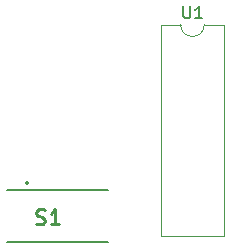
<source format=gbr>
%TF.GenerationSoftware,KiCad,Pcbnew,6.0.9+dfsg-1~bpo11+1*%
%TF.CreationDate,2023-01-21T22:29:26-05:00*%
%TF.ProjectId,cc-19-badge,63632d31-392d-4626-9164-67652e6b6963,rev?*%
%TF.SameCoordinates,Original*%
%TF.FileFunction,Legend,Top*%
%TF.FilePolarity,Positive*%
%FSLAX46Y46*%
G04 Gerber Fmt 4.6, Leading zero omitted, Abs format (unit mm)*
G04 Created by KiCad (PCBNEW 6.0.9+dfsg-1~bpo11+1) date 2023-01-21 22:29:26*
%MOMM*%
%LPD*%
G01*
G04 APERTURE LIST*
%ADD10C,0.254000*%
%ADD11C,0.150000*%
%ADD12C,0.200000*%
%ADD13C,0.120000*%
G04 APERTURE END LIST*
D10*
%TO.C,S1*%
X105652380Y-126762047D02*
X105833809Y-126822523D01*
X106136190Y-126822523D01*
X106257142Y-126762047D01*
X106317619Y-126701571D01*
X106378095Y-126580619D01*
X106378095Y-126459666D01*
X106317619Y-126338714D01*
X106257142Y-126278238D01*
X106136190Y-126217761D01*
X105894285Y-126157285D01*
X105773333Y-126096809D01*
X105712857Y-126036333D01*
X105652380Y-125915380D01*
X105652380Y-125794428D01*
X105712857Y-125673476D01*
X105773333Y-125613000D01*
X105894285Y-125552523D01*
X106196666Y-125552523D01*
X106378095Y-125613000D01*
X107587619Y-126822523D02*
X106861904Y-126822523D01*
X107224761Y-126822523D02*
X107224761Y-125552523D01*
X107103809Y-125733952D01*
X106982857Y-125854904D01*
X106861904Y-125915380D01*
D11*
%TO.C,*%
%TO.C,U1*%
X118110095Y-108374380D02*
X118110095Y-109183904D01*
X118157714Y-109279142D01*
X118205333Y-109326761D01*
X118300571Y-109374380D01*
X118491047Y-109374380D01*
X118586285Y-109326761D01*
X118633904Y-109279142D01*
X118681523Y-109183904D01*
X118681523Y-108374380D01*
X119681523Y-109374380D02*
X119110095Y-109374380D01*
X119395809Y-109374380D02*
X119395809Y-108374380D01*
X119300571Y-108517238D01*
X119205333Y-108612476D01*
X119110095Y-108660095D01*
D12*
%TO.C,S1*%
X103142000Y-123911000D02*
X111742000Y-123911000D01*
X103142000Y-128311000D02*
X111742000Y-128311000D01*
X104958280Y-123330000D02*
G75*
G03*
X104958280Y-123330000I-99280J0D01*
G01*
D13*
%TO.C,U1*%
X116222000Y-109922000D02*
X116222000Y-127822000D01*
X117872000Y-109922000D02*
X116222000Y-109922000D01*
X121522000Y-109922000D02*
X119872000Y-109922000D01*
X116222000Y-127822000D02*
X121522000Y-127822000D01*
X121522000Y-127822000D02*
X121522000Y-109922000D01*
X117872000Y-109922000D02*
G75*
G03*
X119872000Y-109922000I1000000J0D01*
G01*
%TD*%
M02*

</source>
